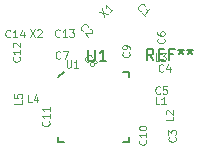
<source format=gbr>
G04 #@! TF.FileFunction,Legend,Top*
%FSLAX46Y46*%
G04 Gerber Fmt 4.6, Leading zero omitted, Abs format (unit mm)*
G04 Created by KiCad (PCBNEW 4.0.0-stable) date Tuesday, December 15, 2015 'AMt' 11:23:10 AM*
%MOMM*%
G01*
G04 APERTURE LIST*
%ADD10C,0.100000*%
%ADD11C,0.150000*%
G04 APERTURE END LIST*
D10*
X78684854Y92062358D02*
X79108188Y91427358D01*
X79108188Y92062358D02*
X78684854Y91427358D01*
X79319854Y92001882D02*
X79350092Y92032120D01*
X79410569Y92062358D01*
X79561759Y92062358D01*
X79622235Y92032120D01*
X79652473Y92001882D01*
X79682712Y91941406D01*
X79682712Y91880930D01*
X79652473Y91790215D01*
X79289616Y91427358D01*
X79682712Y91427358D01*
X76999988Y91437034D02*
X76969750Y91406796D01*
X76879035Y91376558D01*
X76818559Y91376558D01*
X76727845Y91406796D01*
X76667369Y91467272D01*
X76637130Y91527749D01*
X76606892Y91648701D01*
X76606892Y91739415D01*
X76637130Y91860368D01*
X76667369Y91920844D01*
X76727845Y91981320D01*
X76818559Y92011558D01*
X76879035Y92011558D01*
X76969750Y91981320D01*
X76999988Y91951082D01*
X77604750Y91376558D02*
X77241892Y91376558D01*
X77423321Y91376558D02*
X77423321Y92011558D01*
X77362845Y91920844D01*
X77302369Y91860368D01*
X77241892Y91830130D01*
X78149035Y91799891D02*
X78149035Y91376558D01*
X77997845Y92041796D02*
X77846654Y91588225D01*
X78239750Y91588225D01*
X81216388Y91487834D02*
X81186150Y91457596D01*
X81095435Y91427358D01*
X81034959Y91427358D01*
X80944245Y91457596D01*
X80883769Y91518072D01*
X80853530Y91578549D01*
X80823292Y91699501D01*
X80823292Y91790215D01*
X80853530Y91911168D01*
X80883769Y91971644D01*
X80944245Y92032120D01*
X81034959Y92062358D01*
X81095435Y92062358D01*
X81186150Y92032120D01*
X81216388Y92001882D01*
X81821150Y91427358D02*
X81458292Y91427358D01*
X81639721Y91427358D02*
X81639721Y92062358D01*
X81579245Y91971644D01*
X81518769Y91911168D01*
X81458292Y91880930D01*
X82032816Y92062358D02*
X82425912Y92062358D01*
X82214245Y91820453D01*
X82304959Y91820453D01*
X82365435Y91790215D01*
X82395673Y91759977D01*
X82425912Y91699501D01*
X82425912Y91548310D01*
X82395673Y91487834D01*
X82365435Y91457596D01*
X82304959Y91427358D01*
X82123531Y91427358D01*
X82063054Y91457596D01*
X82032816Y91487834D01*
X77804926Y89714068D02*
X77835164Y89683830D01*
X77865402Y89593115D01*
X77865402Y89532639D01*
X77835164Y89441925D01*
X77774688Y89381449D01*
X77714211Y89351210D01*
X77593259Y89320972D01*
X77502545Y89320972D01*
X77381592Y89351210D01*
X77321116Y89381449D01*
X77260640Y89441925D01*
X77230402Y89532639D01*
X77230402Y89593115D01*
X77260640Y89683830D01*
X77290878Y89714068D01*
X77865402Y90318830D02*
X77865402Y89955972D01*
X77865402Y90137401D02*
X77230402Y90137401D01*
X77321116Y90076925D01*
X77381592Y90016449D01*
X77411830Y89955972D01*
X77290878Y90560734D02*
X77260640Y90590972D01*
X77230402Y90651449D01*
X77230402Y90802639D01*
X77260640Y90863115D01*
X77290878Y90893353D01*
X77351354Y90923592D01*
X77411830Y90923592D01*
X77502545Y90893353D01*
X77865402Y90530496D01*
X77865402Y90923592D01*
X88498316Y82678268D02*
X88528554Y82648030D01*
X88558792Y82557315D01*
X88558792Y82496839D01*
X88528554Y82406125D01*
X88468078Y82345649D01*
X88407601Y82315410D01*
X88286649Y82285172D01*
X88195935Y82285172D01*
X88074982Y82315410D01*
X88014506Y82345649D01*
X87954030Y82406125D01*
X87923792Y82496839D01*
X87923792Y82557315D01*
X87954030Y82648030D01*
X87984268Y82678268D01*
X88558792Y83283030D02*
X88558792Y82920172D01*
X88558792Y83101601D02*
X87923792Y83101601D01*
X88014506Y83041125D01*
X88074982Y82980649D01*
X88105220Y82920172D01*
X87923792Y83676125D02*
X87923792Y83736601D01*
X87954030Y83797077D01*
X87984268Y83827315D01*
X88044744Y83857553D01*
X88165697Y83887792D01*
X88316887Y83887792D01*
X88437840Y83857553D01*
X88498316Y83827315D01*
X88528554Y83797077D01*
X88558792Y83736601D01*
X88558792Y83676125D01*
X88528554Y83615649D01*
X88498316Y83585411D01*
X88437840Y83555172D01*
X88316887Y83524934D01*
X88165697Y83524934D01*
X88044744Y83555172D01*
X87984268Y83585411D01*
X87954030Y83615649D01*
X87923792Y83676125D01*
X78012452Y86072191D02*
X78012452Y85769810D01*
X77377452Y85769810D01*
X77377452Y86586239D02*
X77377452Y86283858D01*
X77679833Y86253620D01*
X77649595Y86283858D01*
X77619357Y86344335D01*
X77619357Y86495525D01*
X77649595Y86556001D01*
X77679833Y86586239D01*
X77740309Y86616478D01*
X77891500Y86616478D01*
X77951976Y86586239D01*
X77982214Y86556001D01*
X78012452Y86495525D01*
X78012452Y86344335D01*
X77982214Y86283858D01*
X77951976Y86253620D01*
X78839161Y85890158D02*
X78536780Y85890158D01*
X78536780Y86525158D01*
X79322971Y86313491D02*
X79322971Y85890158D01*
X79171781Y86555396D02*
X79020590Y86101825D01*
X79413686Y86101825D01*
X88068255Y93654571D02*
X88025492Y93654571D01*
X87939965Y93697335D01*
X87897202Y93740098D01*
X87854439Y93825624D01*
X87854439Y93911150D01*
X87875821Y93975296D01*
X87939965Y94082203D01*
X88004110Y94146348D01*
X88111018Y94210493D01*
X88175163Y94231874D01*
X88260689Y94231874D01*
X88346215Y94189111D01*
X88388978Y94146348D01*
X88431742Y94060821D01*
X88431742Y94018058D01*
X88453123Y93184177D02*
X88196544Y93440756D01*
X88324834Y93312467D02*
X88773846Y93761479D01*
X88666939Y93740098D01*
X88581413Y93740098D01*
X88517268Y93761480D01*
X84533787Y93548652D02*
X85282142Y93398982D01*
X84833129Y93847995D02*
X84982799Y93099640D01*
X85688392Y93805232D02*
X85431812Y93548652D01*
X85560102Y93676942D02*
X85111089Y94125955D01*
X85132471Y94019047D01*
X85132471Y93933521D01*
X85111088Y93869376D01*
X81793320Y89446158D02*
X81793320Y88932110D01*
X81823559Y88871634D01*
X81853797Y88841396D01*
X81914273Y88811158D01*
X82035225Y88811158D01*
X82095701Y88841396D01*
X82125940Y88871634D01*
X82156178Y88932110D01*
X82156178Y89446158D01*
X82791178Y88811158D02*
X82428320Y88811158D01*
X82609749Y88811158D02*
X82609749Y89446158D01*
X82549273Y89355444D01*
X82488797Y89294968D01*
X82428320Y89264730D01*
X80288776Y84278468D02*
X80319014Y84248230D01*
X80349252Y84157515D01*
X80349252Y84097039D01*
X80319014Y84006325D01*
X80258538Y83945849D01*
X80198061Y83915610D01*
X80077109Y83885372D01*
X79986395Y83885372D01*
X79865442Y83915610D01*
X79804966Y83945849D01*
X79744490Y84006325D01*
X79714252Y84097039D01*
X79714252Y84157515D01*
X79744490Y84248230D01*
X79774728Y84278468D01*
X80349252Y84883230D02*
X80349252Y84520372D01*
X80349252Y84701801D02*
X79714252Y84701801D01*
X79804966Y84641325D01*
X79865442Y84580849D01*
X79895680Y84520372D01*
X80349252Y85487992D02*
X80349252Y85125134D01*
X80349252Y85306563D02*
X79714252Y85306563D01*
X79804966Y85246087D01*
X79865442Y85185611D01*
X79895680Y85125134D01*
X83572455Y89336571D02*
X83529692Y89336571D01*
X83444165Y89379335D01*
X83401402Y89422098D01*
X83358639Y89507624D01*
X83358639Y89593150D01*
X83380021Y89657296D01*
X83444165Y89764203D01*
X83508310Y89828348D01*
X83615218Y89892493D01*
X83679363Y89913874D01*
X83764889Y89913874D01*
X83850415Y89871111D01*
X83893178Y89828348D01*
X83935942Y89742821D01*
X83935942Y89700058D01*
X84042849Y89293808D02*
X84021468Y89357953D01*
X84021467Y89400716D01*
X84042849Y89464862D01*
X84064231Y89486243D01*
X84128375Y89507625D01*
X84171139Y89507624D01*
X84235283Y89486242D01*
X84320809Y89400716D01*
X84342191Y89336572D01*
X84342191Y89293809D01*
X84320810Y89229664D01*
X84299429Y89208282D01*
X84235283Y89186901D01*
X84192520Y89186901D01*
X84128375Y89208282D01*
X84042849Y89293808D01*
X83978705Y89315190D01*
X83935941Y89315190D01*
X83871797Y89293809D01*
X83786270Y89208282D01*
X83764888Y89144138D01*
X83764889Y89101374D01*
X83786271Y89037230D01*
X83871797Y88951704D01*
X83935941Y88930322D01*
X83978704Y88930322D01*
X84042849Y88951703D01*
X84128376Y89037230D01*
X84149757Y89101375D01*
X84149757Y89144138D01*
X84128375Y89208282D01*
X81267188Y89633634D02*
X81236950Y89603396D01*
X81146235Y89573158D01*
X81085759Y89573158D01*
X80995045Y89603396D01*
X80934569Y89663872D01*
X80904330Y89724349D01*
X80874092Y89845301D01*
X80874092Y89936015D01*
X80904330Y90056968D01*
X80934569Y90117444D01*
X80995045Y90177920D01*
X81085759Y90208158D01*
X81146235Y90208158D01*
X81236950Y90177920D01*
X81267188Y90147682D01*
X81478854Y90208158D02*
X81902188Y90208158D01*
X81630045Y89573158D01*
X87075916Y90120468D02*
X87106154Y90090230D01*
X87136392Y89999515D01*
X87136392Y89939039D01*
X87106154Y89848325D01*
X87045678Y89787849D01*
X86985201Y89757610D01*
X86864249Y89727372D01*
X86773535Y89727372D01*
X86652582Y89757610D01*
X86592106Y89787849D01*
X86531630Y89848325D01*
X86501392Y89939039D01*
X86501392Y89999515D01*
X86531630Y90090230D01*
X86561868Y90120468D01*
X87136392Y90422849D02*
X87136392Y90543801D01*
X87106154Y90604277D01*
X87075916Y90634515D01*
X86985201Y90694991D01*
X86864249Y90725230D01*
X86622344Y90725230D01*
X86561868Y90694991D01*
X86531630Y90664753D01*
X86501392Y90604277D01*
X86501392Y90483325D01*
X86531630Y90422849D01*
X86561868Y90392610D01*
X86622344Y90362372D01*
X86773535Y90362372D01*
X86834011Y90392610D01*
X86864249Y90422849D01*
X86894487Y90483325D01*
X86894487Y90604277D01*
X86864249Y90664753D01*
X86834011Y90694991D01*
X86773535Y90725230D01*
X83216855Y91927371D02*
X83174092Y91927371D01*
X83088565Y91970135D01*
X83045802Y92012898D01*
X83003039Y92098424D01*
X83003039Y92183950D01*
X83024421Y92248096D01*
X83088565Y92355003D01*
X83152710Y92419148D01*
X83259618Y92483293D01*
X83323763Y92504674D01*
X83409289Y92504674D01*
X83494815Y92461911D01*
X83537578Y92419148D01*
X83580342Y92333621D01*
X83580342Y92290858D01*
X83751394Y92119806D02*
X83794157Y92119806D01*
X83858302Y92098424D01*
X83965209Y91991516D01*
X83986591Y91927372D01*
X83986591Y91884609D01*
X83965210Y91820464D01*
X83922447Y91777701D01*
X83836920Y91734938D01*
X83323762Y91734938D01*
X83601723Y91456977D01*
X89639511Y89395358D02*
X89337130Y89395358D01*
X89337130Y90030358D01*
X89790702Y90030358D02*
X90183798Y90030358D01*
X89972131Y89788453D01*
X90062845Y89788453D01*
X90123321Y89758215D01*
X90153559Y89727977D01*
X90183798Y89667501D01*
X90183798Y89516310D01*
X90153559Y89455834D01*
X90123321Y89425596D01*
X90062845Y89395358D01*
X89881417Y89395358D01*
X89820940Y89425596D01*
X89790702Y89455834D01*
X90819392Y84675191D02*
X90819392Y84372810D01*
X90184392Y84372810D01*
X90244868Y84856620D02*
X90214630Y84886858D01*
X90184392Y84947335D01*
X90184392Y85098525D01*
X90214630Y85159001D01*
X90244868Y85189239D01*
X90305344Y85219478D01*
X90365820Y85219478D01*
X90456535Y85189239D01*
X90819392Y84826382D01*
X90819392Y85219478D01*
X89639511Y85712358D02*
X89337130Y85712358D01*
X89337130Y86347358D01*
X90183798Y85712358D02*
X89820940Y85712358D01*
X90002369Y85712358D02*
X90002369Y86347358D01*
X89941893Y86256644D01*
X89881417Y86196168D01*
X89820940Y86165930D01*
X90047716Y91288868D02*
X90077954Y91258630D01*
X90108192Y91167915D01*
X90108192Y91107439D01*
X90077954Y91016725D01*
X90017478Y90956249D01*
X89957001Y90926010D01*
X89836049Y90895772D01*
X89745335Y90895772D01*
X89624382Y90926010D01*
X89563906Y90956249D01*
X89503430Y91016725D01*
X89473192Y91107439D01*
X89473192Y91167915D01*
X89503430Y91258630D01*
X89533668Y91288868D01*
X89473192Y91833153D02*
X89473192Y91712201D01*
X89503430Y91651725D01*
X89533668Y91621487D01*
X89624382Y91561010D01*
X89745335Y91530772D01*
X89987240Y91530772D01*
X90047716Y91561010D01*
X90077954Y91591249D01*
X90108192Y91651725D01*
X90108192Y91772677D01*
X90077954Y91833153D01*
X90047716Y91863391D01*
X89987240Y91893630D01*
X89836049Y91893630D01*
X89775573Y91863391D01*
X89745335Y91833153D01*
X89715097Y91772677D01*
X89715097Y91651725D01*
X89745335Y91591249D01*
X89775573Y91561010D01*
X89836049Y91530772D01*
X89699988Y86661834D02*
X89669750Y86631596D01*
X89579035Y86601358D01*
X89518559Y86601358D01*
X89427845Y86631596D01*
X89367369Y86692072D01*
X89337130Y86752549D01*
X89306892Y86873501D01*
X89306892Y86964215D01*
X89337130Y87085168D01*
X89367369Y87145644D01*
X89427845Y87206120D01*
X89518559Y87236358D01*
X89579035Y87236358D01*
X89669750Y87206120D01*
X89699988Y87175882D01*
X90274511Y87236358D02*
X89972130Y87236358D01*
X89941892Y86933977D01*
X89972130Y86964215D01*
X90032607Y86994453D01*
X90183797Y86994453D01*
X90244273Y86964215D01*
X90274511Y86933977D01*
X90304750Y86873501D01*
X90304750Y86722310D01*
X90274511Y86661834D01*
X90244273Y86631596D01*
X90183797Y86601358D01*
X90032607Y86601358D01*
X89972130Y86631596D01*
X89941892Y86661834D01*
X90987516Y82932268D02*
X91017754Y82902030D01*
X91047992Y82811315D01*
X91047992Y82750839D01*
X91017754Y82660125D01*
X90957278Y82599649D01*
X90896801Y82569410D01*
X90775849Y82539172D01*
X90685135Y82539172D01*
X90564182Y82569410D01*
X90503706Y82599649D01*
X90443230Y82660125D01*
X90412992Y82750839D01*
X90412992Y82811315D01*
X90443230Y82902030D01*
X90473468Y82932268D01*
X90412992Y83143934D02*
X90412992Y83537030D01*
X90654897Y83325363D01*
X90654897Y83416077D01*
X90685135Y83476553D01*
X90715373Y83506791D01*
X90775849Y83537030D01*
X90927040Y83537030D01*
X90987516Y83506791D01*
X91017754Y83476553D01*
X91047992Y83416077D01*
X91047992Y83234649D01*
X91017754Y83174172D01*
X90987516Y83143934D01*
X89979388Y88541434D02*
X89949150Y88511196D01*
X89858435Y88480958D01*
X89797959Y88480958D01*
X89707245Y88511196D01*
X89646769Y88571672D01*
X89616530Y88632149D01*
X89586292Y88753101D01*
X89586292Y88843815D01*
X89616530Y88964768D01*
X89646769Y89025244D01*
X89707245Y89085720D01*
X89797959Y89115958D01*
X89858435Y89115958D01*
X89949150Y89085720D01*
X89979388Y89055482D01*
X90523673Y88904291D02*
X90523673Y88480958D01*
X90372483Y89146196D02*
X90221292Y88692625D01*
X90614388Y88692625D01*
D11*
X81105933Y87991617D02*
X81605933Y88491617D01*
X86605933Y88491617D02*
X87105933Y88491617D01*
X87105933Y87991617D02*
X87105933Y88491617D01*
X87105933Y82491617D02*
X87105933Y82991617D01*
X86605933Y82491617D02*
X87105933Y82491617D01*
X81105933Y82491617D02*
X81605933Y82491617D01*
X81105933Y82491617D02*
X81105933Y82991617D01*
X83598028Y90357236D02*
X83598028Y89547712D01*
X83645647Y89452474D01*
X83693266Y89404855D01*
X83788504Y89357236D01*
X83978981Y89357236D01*
X84074219Y89404855D01*
X84121838Y89452474D01*
X84169457Y89547712D01*
X84169457Y90357236D01*
X85169457Y89357236D02*
X84598028Y89357236D01*
X84883742Y89357236D02*
X84883742Y90357236D01*
X84788504Y90214379D01*
X84693266Y90119141D01*
X84598028Y90071522D01*
X89147997Y89426959D02*
X88814663Y89903150D01*
X88576568Y89426959D02*
X88576568Y90426959D01*
X88957521Y90426959D01*
X89052759Y90379340D01*
X89100378Y90331721D01*
X89147997Y90236483D01*
X89147997Y90093626D01*
X89100378Y89998388D01*
X89052759Y89950769D01*
X88957521Y89903150D01*
X88576568Y89903150D01*
X89576568Y89950769D02*
X89909902Y89950769D01*
X90052759Y89426959D02*
X89576568Y89426959D01*
X89576568Y90426959D01*
X90052759Y90426959D01*
X90814664Y89950769D02*
X90481330Y89950769D01*
X90481330Y89426959D02*
X90481330Y90426959D01*
X90957521Y90426959D01*
X91481330Y90426959D02*
X91481330Y90188864D01*
X91243235Y90284102D02*
X91481330Y90188864D01*
X91719426Y90284102D01*
X91338473Y89998388D02*
X91481330Y90188864D01*
X91624188Y89998388D01*
X92243235Y90426959D02*
X92243235Y90188864D01*
X92005140Y90284102D02*
X92243235Y90188864D01*
X92481331Y90284102D01*
X92100378Y89998388D02*
X92243235Y90188864D01*
X92386093Y89998388D01*
M02*

</source>
